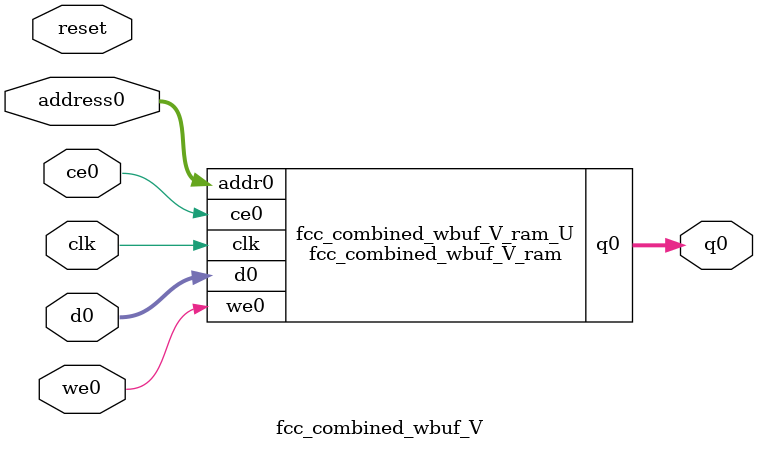
<source format=v>
`timescale 1 ns / 1 ps
module fcc_combined_wbuf_V_ram (addr0, ce0, d0, we0, q0,  clk);

parameter DWIDTH = 16;
parameter AWIDTH = 15;
parameter MEM_SIZE = 32000;

input[AWIDTH-1:0] addr0;
input ce0;
input[DWIDTH-1:0] d0;
input we0;
output reg[DWIDTH-1:0] q0;
input clk;

reg [DWIDTH-1:0] ram[0:MEM_SIZE-1];




always @(posedge clk)  
begin 
    if (ce0) begin
        if (we0) 
            ram[addr0] <= d0; 
        q0 <= ram[addr0];
    end
end


endmodule

`timescale 1 ns / 1 ps
module fcc_combined_wbuf_V(
    reset,
    clk,
    address0,
    ce0,
    we0,
    d0,
    q0);

parameter DataWidth = 32'd16;
parameter AddressRange = 32'd32000;
parameter AddressWidth = 32'd15;
input reset;
input clk;
input[AddressWidth - 1:0] address0;
input ce0;
input we0;
input[DataWidth - 1:0] d0;
output[DataWidth - 1:0] q0;



fcc_combined_wbuf_V_ram fcc_combined_wbuf_V_ram_U(
    .clk( clk ),
    .addr0( address0 ),
    .ce0( ce0 ),
    .we0( we0 ),
    .d0( d0 ),
    .q0( q0 ));

endmodule


</source>
